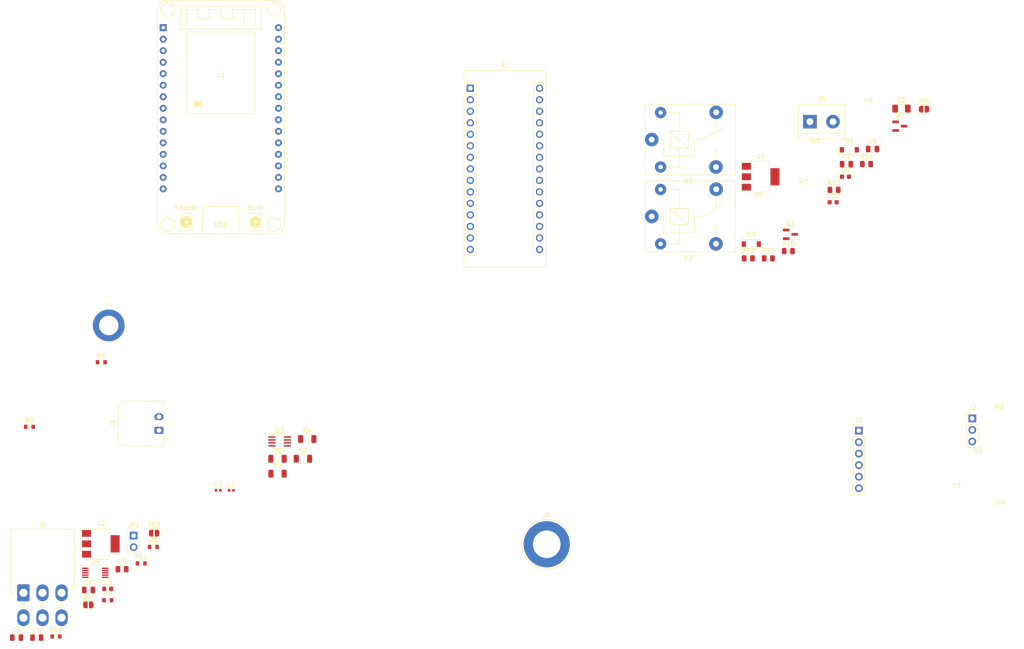
<source format=kicad_pcb>
(kicad_pcb (version 20211014) (generator pcbnew)
  (layers (0 "F.Cu" signal) (31 "B.Cu" signal) (34 "B.Paste" user) (35 "F.Paste" user) (36 "B.SilkS" user "B.Silkscreen") (37 "F.SilkS" user "F.Silkscreen") (38 "B.Mask" user) (39 "F.Mask" user) (44 "Edge.Cuts" user))
  (net 0 "")
  (net 11 "GND")
  (net 12 "ESP32_VIN")
  (net 26 "ESP-32_SDA_3.3V")
  (net 29 "ESP-32_SCL_3.3V")
  (net 39 "NANO_D6")
  (net 40 "NANO_D7")
  (net 43 "CAN_CS")
  (net 44 "CAN_MOSI")
  (net 45 "CAN_MISO")
  (net 46 "CAN_SCK")
  (net 47 "NANO_3V3")
  (net 53 "NANO_SDA_5V")
  (net 54 "NANO_SCL_5V")
  (net 57 "NANO_5V")
  (net 61 "CAN_HIGH")
  (net 62 "CAN_LOW")
  (net 63 "ESP32_3V3")
  (net 64 "Net-(R1-Pad2)")
  (net 65 "Net-(R2-Pad2)")
  (net 66 "Net-(R3-Pad1)")
  (net 67 "Net-(R4-Pad1)")
  (net 69 "Net-(J3-Pad1)")
  (net 70 "Net-(J3-Pad2)")
  (net 75 "+12V")
  (net 76 "+5V")
  (net 77 "BATTERY")
  (net 78 "ESP-32_12V")
  (net 79 "Net-(J4-Pad1)")
  (net 80 "Net-(F1-Pad2)")
  (net 81 "Net-(R8-Pad2)")
  (net 82 "Net-(R9-Pad1)")
  (net 83 "SD")
  (net 84 "SCK")
  (net 87 "Net-(D1-Pad1)")
  (net 88 "Net-(D2-Pad1)")
  (net 89 "Net-(F1-Pad1)")
  (net 90 "Net-(J6-Pad1)")
  (net 91 "Net-(F3-Pad1)")
  (net 93 "Net-(F4-Pad1)")
  (net 95 "Net-(Q1-Pad1)")
  (net 96 "Net-(Q2-Pad1)")
  (net 97 "Net-(R12-Pad2)")
  (net 98 "Net-(R14-Pad2)")
  (net 99 "CAN_VCC")
  (footprint "MountingHole:MountingHole_4.3mm_M4_DIN965" (layer "F.Cu") (at 203.91 84.92)
    (fp_text reference "H7" (at 0 -4.75) (layer "F.SilkS"))
    (fp_text value "MountingHole")
    (pad "" np_thru_hole circle (at 0 0) (size 4.3 4.3) (drill 4.3) (layers *.Cu *.Mask))
  )
  (footprint "esp32_devkit_v1_doit:esp32_devkit_v1_doit" (layer "F.Cu") (at 75.5 46.09)
    (fp_text reference "U1" (at 0 10.47) (layer "F.SilkS"))
    (fp_text value "ESP32_DevKit_V1_DOIT")
    (fp_text user "Enable" (at -7.62 39.68) (layer "F.SilkS"))
    (fp_text user "USB" (at 0 43.49) (layer "F.SilkS"))
    (fp_text user "Boot" (at 7.62 39.68) (layer "F.SilkS"))
    (pad "1" thru_hole rect locked (at -12.7 0) (size 1.524 1.524) (drill 0.762) (layers *.Cu *.Mask))
    (pad "2" thru_hole circle locked (at -12.7 2.54) (size 1.524 1.524) (drill 0.762) (layers *.Cu *.Mask))
    (pad "3" thru_hole circle locked (at -12.7 5.08) (size 1.524 1.524) (drill 0.762) (layers *.Cu *.Mask))
    (pad "4" thru_hole circle locked (at -12.7 7.62) (size 1.524 1.524) (drill 0.762) (layers *.Cu *.Mask))
    (pad "5" thru_hole circle locked (at -12.7 10.16) (size 1.524 1.524) (drill 0.762) (layers *.Cu *.Mask))
    (pad "6" thru_hole circle locked (at -12.7 12.7) (size 1.524 1.524) (drill 0.762) (layers *.Cu *.Mask))
    (pad "7" thru_hole circle locked (at -12.7 15.24) (size 1.524 1.524) (drill 0.762) (layers *.Cu *.Mask))
    (pad "8" thru_hole circle locked (at -12.7 17.78) (size 1.524 1.524) (drill 0.762) (layers *.Cu *.Mask))
    (pad "9" thru_hole circle locked (at -12.7 20.32) (size 1.524 1.524) (drill 0.762) (layers *.Cu *.Mask))
    (pad "10" thru_hole circle locked (at -12.7 22.86) (size 1.524 1.524) (drill 0.762) (layers *.Cu *.Mask))
    (pad "11" thru_hole circle locked (at -12.7 25.4) (size 1.524 1.524) (drill 0.762) (layers *.Cu *.Mask))
    (pad "12" thru_hole circle locked (at -12.7 27.94) (size 1.524 1.524) (drill 0.762) (layers *.Cu *.Mask))
    (pad "13" thru_hole circle locked (at -12.7 30.48) (size 1.524 1.524) (drill 0.762) (layers *.Cu *.Mask))
    (pad "14" thru_hole circle locked (at -12.7 33.02) (size 1.524 1.524) (drill 0.762) (layers *.Cu *.Mask) (net 11 "GND"))
    (pad "15" thru_hole circle locked (at -12.7 35.56) (size 1.524 1.524) (drill 0.762) (layers *.Cu *.Mask) (net 12 "ESP32_VIN"))
    (pad "16" thru_hole circle locked (at 12.7 35.56) (size 1.524 1.524) (drill 0.762) (layers *.Cu *.Mask) (net 63 "ESP32_3V3"))
    (pad "17" thru_hole circle locked (at 12.7 33.02) (size 1.524 1.524) (drill 0.762) (layers *.Cu *.Mask) (net 11 "GND"))
    (pad "18" thru_hole circle locked (at 12.7 30.48) (size 1.524 1.524) (drill 0.762) (layers *.Cu *.Mask))
    (pad "19" thru_hole circle locked (at 12.7 27.94) (size 1.524 1.524) (drill 0.762) (layers *.Cu *.Mask))
    (pad "20" thru_hole circle locked (at 12.7 25.4) (size 1.524 1.524) (drill 0.762) (layers *.Cu *.Mask))
    (pad "21" thru_hole circle locked (at 12.7 22.86) (size 1.524 1.524) (drill 0.762) (layers *.Cu *.Mask))
    (pad "22" thru_hole circle locked (at 12.7 20.32) (size 1.524 1.524) (drill 0.762) (layers *.Cu *.Mask))
    (pad "23" thru_hole circle locked (at 12.7 17.78) (size 1.524 1.524) (drill 0.762) (layers *.Cu *.Mask))
    (pad "24" thru_hole circle locked (at 12.7 15.24) (size 1.524 1.524) (drill 0.762) (layers *.Cu *.Mask))
    (pad "25" thru_hole circle locked (at 12.7 12.7) (size 1.524 1.524) (drill 0.762) (layers *.Cu *.Mask))
    (pad "26" thru_hole circle locked (at 12.7 10.16) (size 1.524 1.524) (drill 0.762) (layers *.Cu *.Mask) (net 26 "ESP-32_SDA_3.3V"))
    (pad "27" thru_hole circle locked (at 12.7 7.62) (size 1.524 1.524) (drill 0.762) (layers *.Cu *.Mask))
    (pad "28" thru_hole circle locked (at 12.7 5.08) (size 1.524 1.524) (drill 0.762) (layers *.Cu *.Mask))
    (pad "29" thru_hole circle locked (at 12.7 2.54) (size 1.524 1.524) (drill 0.762) (layers *.Cu *.Mask) (net 29 "ESP-32_SCL_3.3V"))
    (pad "30" thru_hole circle locked (at 12.7 0) (size 1.524 1.524) (drill 0.762) (layers *.Cu *.Mask))
  )
  (footprint "Resistor_SMD:R_0805_2012Metric" (layer "F.Cu") (at 53.74 165.52)
    (fp_text reference "R7" (at 0 -1.65) (layer "F.SilkS"))
    (fp_text value "0.01")
    (pad "1" smd roundrect (at -0.9125 0) (size 1.025 1.4) (layers "F.Cu" "F.Paste" "F.Mask") (roundrect_rratio 0.243902) (net 75 "+12V"))
    (pad "2" smd roundrect (at 0.9125 0) (size 1.025 1.4) (layers "F.Cu" "F.Paste" "F.Mask") (roundrect_rratio 0.243902) (net 77 "BATTERY"))
  )
  (footprint "Diode_SMD:D_SOD-123" (layer "F.Cu") (at 214.01 73.02)
    (fp_text reference "D4" (at 0 -2) (layer "F.SilkS"))
    (fp_text value "1N4148W")
    (pad "1" smd rect (at -1.65 0) (size 0.9 1.2) (layers "F.Cu" "F.Paste" "F.Mask") (net 57 "NANO_5V"))
    (pad "2" smd rect (at 1.65 0) (size 0.9 1.2) (layers "F.Cu" "F.Paste" "F.Mask") (net 88 "Net-(D2-Pad1)"))
  )
  (footprint "Resistor_SMD:R_0805_2012Metric" (layer "F.Cu") (at 196.15 96.97)
    (fp_text reference "R15" (at 0 -1.65) (layer "F.SilkS"))
    (fp_text value "10k")
    (pad "1" smd roundrect (at -0.9125 0) (size 1.025 1.4) (layers "F.Cu" "F.Paste" "F.Mask") (roundrect_rratio 0.243902) (net 98 "Net-(R14-Pad2)"))
    (pad "2" smd roundrect (at 0.9125 0) (size 1.025 1.4) (layers "F.Cu" "F.Paste" "F.Mask") (roundrect_rratio 0.243902) (net 12 "ESP32_VIN"))
  )
  (footprint "Jumper:SolderJumper-2_P1.3mm_Open_RoundedPad1.0x1.5mm" (layer "F.Cu") (at 230.47 64.07)
    (fp_text reference "JP1" (at 0 -1.8) (layer "F.SilkS"))
    (fp_text value "SolderJumper_2_Open")
    (pad "1" smd custom (at -0.65 0) (size 1 0.5) (layers "F.Cu" "F.Mask") (net 78 "ESP-32_12V") (options (clearance outline) (anchor rect)) (primitives (gr_circle (center 0 0.25) (end 0.5 0.25) (width 0) (fill yes)) (gr_circle (center 0 -0.25) (end 0.5 -0.25) (width 0) (fill yes)) (gr_poly (pts (xy 0.5 0.75) (xy 0 0.75) (xy 0 -0.75) (xy 0.5 -0.75)) (width 0) (fill yes))))
    (pad "2" smd custom (at 0.65 0) (size 1 0.5) (layers "F.Cu" "F.Mask") (net 12 "ESP32_VIN") (options (clearance outline) (anchor rect)) (primitives (gr_circle (center 0 0.25) (end 0.5 0.25) (width 0) (fill yes)) (gr_circle (center 0 -0.25) (end 0.5 -0.25) (width 0) (fill yes)) (gr_poly (pts (xy 0 0.75) (xy -0.5 0.75) (xy -0.5 -0.75) (xy 0 -0.75)) (width 0) (fill yes))))
  )
  (footprint "Diode_SMD:D_SOD-123" (layer "F.Cu") (at 192.41 93.82)
    (fp_text reference "D3" (at 0 -2) (layer "F.SilkS"))
    (fp_text value "1N4148W")
    (pad "1" smd rect (at -1.65 0) (size 0.9 1.2) (layers "F.Cu" "F.Paste" "F.Mask") (net 57 "NANO_5V"))
    (pad "2" smd rect (at 1.65 0) (size 0.9 1.2) (layers "F.Cu" "F.Paste" "F.Mask") (net 87 "Net-(D1-Pad1)"))
  )
  (footprint "Capacitor_SMD:C_0805_2012Metric" (layer "F.Cu") (at 213.36 76.2)
    (fp_text reference "C7" (at 0 -1.68) (layer "F.SilkS"))
    (fp_text value "0.1uF")
    (pad "1" smd roundrect (at -0.95 0) (size 1 1.45) (layers "F.Cu" "F.Paste" "F.Mask") (net 78 "ESP-32_12V"))
    (pad "2" smd roundrect (at 0.95 0) (size 1 1.45) (layers "F.Cu" "F.Paste" "F.Mask") (net 11 "GND"))
  )
  (footprint "Resistor_SMD:R_0603_1608Metric" (layer "F.Cu") (at 60.63 160.6)
    (fp_text reference "R8" (at 0 -1.43) (layer "F.SilkS"))
    (fp_text value "10")
    (pad "1" smd roundrect (at -0.825 0) (size 0.8 0.95) (layers "F.Cu" "F.Paste" "F.Mask") (net 77 "BATTERY"))
    (pad "2" smd roundrect (at 0.825 0) (size 0.8 0.95) (layers "F.Cu" "F.Paste" "F.Mask") (net 81 "Net-(R8-Pad2)"))
  )
  (footprint "Jumper:SolderJumper-2_P1.3mm_Open_RoundedPad1.0x1.5mm" (layer "F.Cu") (at 60.8 157.57)
    (fp_text reference "JP3" (at 0 -1.8) (layer "F.SilkS"))
    (fp_text value "SolderJumper_2_Open")
    (pad "1" smd custom (at -0.65 0) (size 1 0.5) (layers "F.Cu" "F.Mask") (net 75 "+12V") (options (clearance outline) (anchor rect)) (primitives (gr_circle (center 0 0.25) (end 0.5 0.25) (width 0) (fill yes)) (gr_circle (center 0 -0.25) (end 0.5 -0.25) (width 0) (fill yes)) (gr_poly (pts (xy 0.5 0.75) (xy 0 0.75) (xy 0 -0.75) (xy 0.5 -0.75)) (width 0) (fill yes))))
    (pad "2" smd custom (at 0.65 0) (size 1 0.5) (layers "F.Cu" "F.Mask") (net 77 "BATTERY") (options (clearance outline) (anchor rect)) (primitives (gr_circle (center 0 0.25) (end 0.5 0.25) (width 0) (fill yes)) (gr_circle (center 0 -0.25) (end 0.5 -0.25) (width 0) (fill yes)) (gr_poly (pts (xy 0 0.75) (xy -0.5 0.75) (xy -0.5 -0.75) (xy 0 -0.75)) (width 0) (fill yes))))
  )
  (footprint "MountingHole:MountingHole_4.3mm_M4_DIN965" (layer "F.Cu") (at 194.06 87.62)
    (fp_text reference "H5" (at 0 -4.75) (layer "F.SilkS"))
    (fp_text value "MountingHole")
    (pad "" np_thru_hole circle (at 0 0) (size 4.3 4.3) (drill 4.3) (layers *.Cu *.Mask))
  )
  (footprint "Fuse:Fuse_1206_3216Metric" (layer "F.Cu") (at 225.49 63.94)
    (fp_text reference "F2" (at 0 -1.82) (layer "F.SilkS"))
    (fp_text value "0.5A")
    (pad "1" smd roundrect (at -1.4 0) (size 1.25 1.75) (layers "F.Cu" "F.Paste" "F.Mask") (roundrect_rratio 0.2) (net 76 "+5V"))
    (pad "2" smd roundrect (at 1.4 0) (size 1.25 1.75) (layers "F.Cu" "F.Paste" "F.Mask") (roundrect_rratio 0.2) (net 57 "NANO_5V"))
  )
  (footprint "Resistor_SMD:R_0603_1608Metric" (layer "F.Cu") (at 50.58 172.36)
    (fp_text reference "R9" (at 0 -1.43) (layer "F.SilkS"))
    (fp_text value "10")
    (pad "1" smd roundrect (at -0.825 0) (size 0.8 0.95) (layers "F.Cu" "F.Paste" "F.Mask") (net 82 "Net-(R9-Pad1)"))
    (pad "2" smd roundrect (at 0.825 0) (size 0.8 0.95) (layers "F.Cu" "F.Paste" "F.Mask") (net 75 "+12V"))
  )
  (footprint "Connector_PinHeader_2.54mm:PinHeader_1x03_P2.54mm_Vertical" (layer "F.Cu") (at 241.1 132.27)
    (fp_text reference "J2" (at 0 -2.33) (layer "F.SilkS"))
    (fp_text value "Conn_01x03_Female")
    (pad "1" thru_hole rect (at 0 0) (size 1.7 1.7) (drill 1) (layers *.Cu *.Mask) (net 61 "CAN_HIGH"))
    (pad "2" thru_hole oval (at 0 2.54) (size 1.7 1.7) (drill 1) (layers *.Cu *.Mask))
    (pad "3" thru_hole oval (at 0 5.08) (size 1.7 1.7) (drill 1) (layers *.Cu *.Mask) (net 62 "CAN_LOW"))
  )
  (footprint "Capacitor_SMD:C_0603_1608Metric" (layer "F.Cu") (at 50.58 169.85)
    (fp_text reference "C5" (at 0 -1.43) (layer "F.SilkS"))
    (fp_text value "0.1uF")
    (pad "1" smd roundrect (at -0.775 0) (size 0.9 0.95) (layers "F.Cu" "F.Paste" "F.Mask") (net 75 "+12V"))
    (pad "2" smd roundrect (at 0.775 0) (size 0.9 0.95) (layers "F.Cu" "F.Paste" "F.Mask") (net 77 "BATTERY"))
  )
  (footprint "MountingHole:MountingHole_3.2mm_M3_ISO7380" (layer "F.Cu") (at 247.05 133.57)
    (fp_text reference "H3" (at 0 -3.85) (layer "F.SilkS"))
    (fp_text value "MountingHole")
    (pad "" np_thru_hole circle (at 0 0) (size 3.2 3.2) (drill 3.2) (layers *.Cu *.Mask))
  )
  (footprint "Module:Arduino_Nano" (layer "F.Cu") (at 130.49 59.45)
    (fp_text reference "A1" (at 7.62 -5.08) (layer "F.SilkS"))
    (fp_text value "Arduino_Nano_v2.x")
    (pad "1" thru_hole rect (at 0 0) (size 1.6 1.6) (drill 1) (layers *.Cu *.Mask))
    (pad "2" thru_hole oval (at 0 2.54) (size 1.6 1.6) (drill 1) (layers *.Cu *.Mask))
    (pad "3" thru_hole oval (at 0 5.08) (size 1.6 1.6) (drill 1) (layers *.Cu *.Mask))
    (pad "4" thru_hole oval (at 0 7.62) (size 1.6 1.6) (drill 1) (layers *.Cu *.Mask))
    (pad "5" thru_hole oval (at 0 10.16) (size 1.6 1.6) (drill 1) (layers *.Cu *.Mask))
    (pad "6" thru_hole oval (at 0 12.7) (size 1.6 1.6) (drill 1) (layers *.Cu *.Mask))
    (pad "7" thru_hole oval (at 0 15.24) (size 1.6 1.6) (drill 1) (layers *.Cu *.Mask))
    (pad "8" thru_hole oval (at 0 17.78) (size 1.6 1.6) (drill 1) (layers *.Cu *.Mask))
    (pad "9" thru_hole oval (at 0 20.32) (size 1.6 1.6) (drill 1) (layers *.Cu *.Mask) (net 39 "NANO_D6"))
    (pad "10" thru_hole oval (at 0 22.86) (size 1.6 1.6) (drill 1) (layers *.Cu *.Mask) (net 40 "NANO_D7"))
    (pad "11" thru_hole oval (at 0 25.4) (size 1.6 1.6) (drill 1) (layers *.Cu *.Mask))
    (pad "12" thru_hole oval (at 0 27.94) (size 1.6 1.6) (drill 1) (layers *.Cu *.Mask))
    (pad "13" thru_hole oval (at 0 30.48) (size 1.6 1.6) (drill 1) (layers *.Cu *.Mask) (net 43 "CAN_CS"))
    (pad "14" thru_hole oval (at 0 33.02) (size 1.6 1.6) (drill 1) (layers *.Cu *.Mask) (net 44 "CAN_MOSI"))
    (pad "15" thru_hole oval (at 0 35.56) (size 1.6 1.6) (drill 1) (layers *.Cu *.Mask) (net 45 "CAN_MISO"))
    (pad "16" thru_hole oval (at 15.24 35.56) (size 1.6 1.6) (drill 1) (layers *.Cu *.Mask) (net 46 "CAN_SCK"))
    (pad "17" thru_hole oval (at 15.24 33.02) (size 1.6 1.6) (drill 1) (layers *.Cu *.Mask) (net 47 "NANO_3V3"))
    (pad "18" thru_hole oval (at 15.24 30.48) (size 1.6 1.6) (drill 1) (layers *.Cu *.Mask))
    (pad "19" thru_hole oval (at 15.24 27.94) (size 1.6 1.6) (drill 1) (layers *.Cu *.Mask))
    (pad "20" thru_hole oval (at 15.24 25.4) (size 1.6 1.6) (drill 1) (layers *.Cu *.Mask))
    (pad "21" thru_hole oval (at 15.24 22.86) (size 1.6 1.6) (drill 1) (layers *.Cu *.Mask))
    (pad "22" thru_hole oval (at 15.24 20.32) (size 1.6 1.6) (drill 1) (layers *.Cu *.Mask))
    (pad "23" thru_hole oval (at 15.24 17.78) (size 1.6 1.6) (drill 1) (layers *.Cu *.Mask) (net 53 "NANO_SDA_5V"))
    (pad "24" thru_hole oval (at 15.24 15.24) (size 1.6 1.6) (drill 1) (layers *.Cu *.Mask) (net 54 "NANO_SCL_5V"))
    (pad "25" thru_hole oval (at 15.24 12.7) (size 1.6 1.6) (drill 1) (layers *.Cu *.Mask))
    (pad "26" thru_hole oval (at 15.24 10.16) (size 1.6 1.6) (drill 1) (layers *.Cu *.Mask))
    (pad "27" thru_hole oval (at 15.24 7.62) (size 1.6 1.6) (drill 1) (layers *.Cu *.Mask) (net 57 "NANO_5V"))
    (pad "28" thru_hole oval (at 15.24 5.08) (size 1.6 1.6) (drill 1) (layers *.Cu *.Mask))
    (pad "29" thru_hole oval (at 15.24 2.54) (size 1.6 1.6) (drill 1) (layers *.Cu *.Mask))
    (pad "30" thru_hole oval (at 15.24 0) (size 1.6 1.6) (drill 1) (layers *.Cu *.Mask))
  )
  (footprint "Capacitor_SMD:C_0805_2012Metric" (layer "F.Cu") (at 34.95 180.6)
    (fp_text reference "C6" (at 0 -1.68) (layer "F.SilkS"))
    (fp_text value "0.1uF")
    (pad "1" smd roundrect (at -0.95 0) (size 1 1.45) (layers "F.Cu" "F.Paste" "F.Mask") (net 47 "NANO_3V3"))
    (pad "2" smd roundrect (at 0.95 0) (size 1 1.45) (layers "F.Cu" "F.Paste" "F.Mask") (net 11 "GND"))
  )
  (footprint "Resistor_SMD:R_0603_1608Metric" (layer "F.Cu") (at 33.32 134.12)
    (fp_text reference "R5" (at 0 -1.43) (layer "F.SilkS"))
    (fp_text value "0")
    (pad "1" smd roundrect (at -0.825 0) (size 0.8 0.95) (layers "F.Cu" "F.Paste" "F.Mask") (net 61 "CAN_HIGH"))
    (pad "2" smd roundrect (at 0.825 0) (size 0.8 0.95) (layers "F.Cu" "F.Paste" "F.Mask") (net 69 "Net-(J3-Pad1)"))
  )
  (footprint "Resistor_SMD:R_1206_3216Metric" (layer "F.Cu") (at 93.6 141.16)
    (fp_text reference "R2" (at 0 -1.82) (layer "F.SilkS"))
    (fp_text value "0")
    (pad "1" smd roundrect (at -1.4625 0) (size 1.125 1.75) (layers "F.Cu" "F.Paste" "F.Mask") (roundrect_rratio 0.222222) (net 29 "ESP-32_SCL_3.3V"))
    (pad "2" smd roundrect (at 1.4625 0) (size 1.125 1.75) (layers "F.Cu" "F.Paste" "F.Mask") (roundrect_rratio 0.222222) (net 65 "Net-(R2-Pad2)"))
  )
  (footprint "Resistor_SMD:R_0805_2012Metric" (layer "F.Cu") (at 191.74 96.97)
    (fp_text reference "R12" (at 0 -1.65) (layer "F.SilkS"))
    (fp_text value "0")
    (pad "1" smd roundrect (at -0.9125 0) (size 1.025 1.4) (layers "F.Cu" "F.Paste" "F.Mask") (roundrect_rratio 0.243902) (net 11 "GND"))
    (pad "2" smd roundrect (at 0.9125 0) (size 1.025 1.4) (layers "F.Cu" "F.Paste" "F.Mask") (roundrect_rratio 0.243902) (net 97 "Net-(R12-Pad2)"))
  )
  (footprint "MountingHole:MountingHole_3.2mm_M3_ISO7380" (layer "F.Cu") (at 247.35 154.73)
    (fp_text reference "H4" (at 0 -3.85) (layer "F.SilkS"))
    (fp_text value "MountingHole")
    (pad "" np_thru_hole circle (at 0 0) (size 3.2 3.2) (drill 3.2) (layers *.Cu *.Mask))
  )
  (footprint "Package_SO:SSOP-8_2.95x2.8mm_P0.65mm" (layer "F.Cu") (at 88.46 137.34)
    (fp_text reference "U3" (at 0 -2.4) (layer "F.SilkS"))
    (fp_text value "TXS0102DCT")
    (pad "1" smd rect (at -1.7 -0.975 270) (size 0.3 1.6) (layers "F.Cu" "F.Paste" "F.Mask") (net 67 "Net-(R4-Pad1)"))
    (pad "2" smd rect (at -1.7 -0.325 270) (size 0.3 1.6) (layers "F.Cu" "F.Paste" "F.Mask") (net 11 "GND"))
    (pad "3" smd rect (at -1.7 0.325 270) (size 0.3 1.6) (layers "F.Cu" "F.Paste" "F.Mask") (net 63 "ESP32_3V3"))
    (pad "4" smd rect (at -1.7 0.975 270) (size 0.3 1.6) (layers "F.Cu" "F.Paste" "F.Mask") (net 65 "Net-(R2-Pad2)"))
    (pad "5" smd rect (at 1.7 0.975 270) (size 0.3 1.6) (layers "F.Cu" "F.Paste" "F.Mask") (net 64 "Net-(R1-Pad2)"))
    (pad "6" smd rect (at 1.7 0.325 270) (size 0.3 1.6) (layers "F.Cu" "F.Paste" "F.Mask"))
    (pad "7" smd rect (at 1.7 -0.325 270) (size 0.3 1.6) (layers "F.Cu" "F.Paste" "F.Mask") (net 57 "NANO_5V"))
    (pad "8" smd rect (at 1.7 -0.975 270) (size 0.3 1.6) (layers "F.Cu" "F.Paste" "F.Mask") (net 66 "Net-(R3-Pad1)"))
  )
  (footprint "Resistor_SMD:R_1206_3216Metric" (layer "F.Cu") (at 87.99 144.45)
    (fp_text reference "R3" (at 0 -1.82) (layer "F.SilkS"))
    (fp_text value "0")
    (pad "1" smd roundrect (at -1.4625 0) (size 1.125 1.75) (layers "F.Cu" "F.Paste" "F.Mask") (roundrect_rratio 0.222222) (net 66 "Net-(R3-Pad1)"))
    (pad "2" smd roundrect (at 1.4625 0) (size 1.125 1.75) (layers "F.Cu" "F.Paste" "F.Mask") (roundrect_rratio 0.222222) (net 53 "NANO_SDA_5V"))
  )
  (footprint "Package_SO:VSSOP-10_3x3mm_P0.5mm" (layer "F.Cu") (at 47.83 166.32)
    (fp_text reference "U4" (at 0 -2.45) (layer "F.SilkS"))
    (fp_text value "INA226")
    (pad "1" smd roundrect (at -2.2 -1) (size 1.45 0.3) (layers "F.Cu" "F.Paste" "F.Mask") (net 11 "GND"))
    (pad "2" smd roundrect (at -2.2 -0.5) (size 1.45 0.3) (layers "F.Cu" "F.Paste" "F.Mask") (net 11 "GND"))
    (pad "3" smd roundrect (at -2.2 0) (size 1.45 0.3) (layers "F.Cu" "F.Paste" "F.Mask"))
    (pad "4" smd roundrect (at -2.2 0.5) (size 1.45 0.3) (layers "F.Cu" "F.Paste" "F.Mask") (net 83 "SD"))
    (pad "5" smd roundrect (at -2.2 1) (size 1.45 0.3) (layers "F.Cu" "F.Paste" "F.Mask") (net 84 "SCK"))
    (pad "6" smd roundrect (at 2.2 1) (size 1.45 0.3) (layers "F.Cu" "F.Paste" "F.Mask") (net 47 "NANO_3V3"))
    (pad "7" smd roundrect (at 2.2 0.5) (size 1.45 0.3) (layers "F.Cu" "F.Paste" "F.Mask") (net 11 "GND"))
    (pad "8" smd roundrect (at 2.2 0) (size 1.45 0.3) (layers "F.Cu" "F.Paste" "F.Mask"))
    (pad "9" smd roundrect (at 2.2 -0.5) (size 1.45 0.3) (layers "F.Cu" "F.Paste" "F.Mask") (net 82 "Net-(R9-Pad1)"))
    (pad "10" smd roundrect (at 2.2 -1) (size 1.45 0.3) (layers "F.Cu" "F.Paste" "F.Mask") (net 81 "Net-(R8-Pad2)"))
  )
  (footprint "MountingHole:MountingHole_4.3mm_M4_DIN965" (layer "F.Cu") (at 206.61 75.87)
    (fp_text reference "H8" (at 0 -4.75) (layer "F.SilkS"))
    (fp_text value "MountingHole")
    (pad "" np_thru_hole circle (at 0 0) (size 4.3 4.3) (drill 4.3) (layers *.Cu *.Mask))
  )
  (footprint "Resistor_SMD:R_1206_3216Metric" (layer "F.Cu") (at 94.54 136.81)
    (fp_text reference "R4" (at 0 -1.82) (layer "F.SilkS"))
    (fp_text value "0")
    (pad "1" smd roundrect (at -1.4625 0) (size 1.125 1.75) (layers "F.Cu" "F.Paste" "F.Mask") (roundrect_rratio 0.222222) (net 67 "Net-(R4-Pad1)"))
    (pad "2" smd roundrect (at 1.4625 0) (size 1.125 1.75) (layers "F.Cu" "F.Paste" "F.Mask") (roundrect_rratio 0.222222) (net 54 "NANO_SCL_5V"))
  )
  (footprint "Resistor_SMD:R_0805_2012Metric" (layer "F.Cu") (at 210.64 81.87)
    (fp_text reference "R13" (at 0 -1.65) (layer "F.SilkS"))
    (fp_text value "10k")
    (pad "1" smd roundrect (at -0.9125 0) (size 1.025 1.4) (layers "F.Cu" "F.Paste" "F.Mask") (roundrect_rratio 0.243902) (net 97 "Net-(R12-Pad2)"))
    (pad "2" smd roundrect (at 0.9125 0) (size 1.025 1.4) (layers "F.Cu" "F.Paste" "F.Mask") (roundrect_rratio 0.243902) (net 76 "+5V"))
  )
  (footprint "TerminalBlock:TerminalBlock_bornier-2_P5.08mm" (layer "F.Cu") (at 205.32 66.82)
    (fp_text reference "J6" (at 2.54 -5.08) (layer "F.SilkS"))
    (fp_text value "Conn_01x02_Male")
    (pad "1" thru_hole rect (at 0 0) (size 3 3) (drill 1.52) (layers *.Cu *.Mask) (net 90 "Net-(J6-Pad1)"))
    (pad "2" thru_hole circle (at 5.08 0) (size 3 3) (drill 1.52) (layers *.Cu *.Mask) (net 11 "GND"))
  )
  (footprint "MountingHole:MountingHole_3.2mm_M3_ISO7380" (layer "F.Cu") (at 242.4 143.27)
    (fp_text reference "H2" (at 0 -3.85) (layer "F.SilkS"))
    (fp_text value "MountingHole")
    (pad "" np_thru_hole circle (at 0 0) (size 3.2 3.2) (drill 3.2) (layers *.Cu *.Mask))
  )
  (footprint "Capacitor_SMD:C_0402_1005Metric" (layer "F.Cu") (at 74.93 148.1)
    (fp_text reference "C2" (at 0 -1.16) (layer "F.SilkS"))
    (fp_text value "100nF")
    (pad "1" smd roundrect (at -0.48 0) (size 0.56 0.62) (layers "F.Cu" "F.Paste" "F.Mask") (net 57 "NANO_5V"))
    (pad "2" smd roundrect (at 0.48 0) (size 0.56 0.62) (layers "F.Cu" "F.Paste" "F.Mask") (net 11 "GND"))
  )
  (footprint "Relay_THT:Relay_SPDT_SANYOU_SRD_Series_Form_C" (layer "F.Cu") (at 170.46 87.72)
    (fp_text reference "K2" (at 8.1 9.2) (layer "F.SilkS"))
    (fp_text value "SANYOU_SRD_Form_C")
    (pad "1" thru_hole circle (at 0 0 90) (size 3 3) (drill 1.3) (layers *.Cu *.Mask) (net 93 "Net-(F4-Pad1)"))
    (pad "2" thru_hole circle (at 1.95 6.05 90) (size 2.5 2.5) (drill 1) (layers *.Cu *.Mask) (net 88 "Net-(D2-Pad1)"))
    (pad "3" thru_hole circle (at 14.15 6.05 90) (size 3 3) (drill 1.3) (layers *.Cu *.Mask) (net 78 "ESP-32_12V"))
    (pad "4" thru_hole circle (at 14.2 -6 90) (size 3 3) (drill 1.3) (layers *.Cu *.Mask))
    (pad "5" thru_hole circle (at 1.95 -5.95 90) (size 2.5 2.5) (drill 1) (layers *.Cu *.Mask) (net 57 "NANO_5V"))
  )
  (footprint "Package_TO_SOT_SMD:SOT-223" (layer "F.Cu") (at 194.46 78.97)
    (fp_text reference "U5" (at 0 -4.5) (layer "F.SilkS"))
    (fp_text value "LM1117-5")
    (pad "1" smd rect (at -3.15 -2.3) (size 2 1.5) (layers "F.Cu" "F.Paste" "F.Mask") (net 98 "Net-(R14-Pad2)"))
    (pad "2" smd rect (at -3.15 0) (size 2 1.5) (layers "F.Cu" "F.Paste" "F.Mask") (net 12 "ESP32_VIN"))
    (pad "3" smd rect (at -3.15 2.3) (size 2 1.5) (layers "F.Cu" "F.Paste" "F.Mask") (net 78 "ESP-32_12V"))
    (pad "4" smd rect (at 3.15 0) (size 2 3.8) (layers "F.Cu" "F.Paste" "F.Mask"))
  )
  (footprint "Resistor_SMD:R_0603_1608Metric" (layer "F.Cu") (at 49.17 119.87)
    (fp_text reference "R6" (at 0 -1.43) (layer "F.SilkS"))
    (fp_text value "0")
    (pad "1" smd roundrect (at -0.825 0) (size 0.8 0.95) (layers "F.Cu" "F.Paste" "F.Mask") (net 62 "CAN_LOW"))
    (pad "2" smd roundrect (at 0.825 0) (size 0.8 0.95) (layers "F.Cu" "F.Paste" "F.Mask") (net 70 "Net-(J3-Pad2)"))
  )
  (footprint "Resistor_SMD:R_0603_1608Metric" (layer "F.Cu") (at 57.95 164.25)
    (fp_text reference "R11" (at 0 -1.43) (layer "F.SilkS"))
    (fp_text value "4,7k")
    (pad "1" smd roundrect (at -0.825 0) (size 0.8 0.95) (layers "F.Cu" "F.Paste" "F.Mask") (net 47 "NANO_3V3"))
    (pad "2" smd roundrect (at 0.825 0) (size 0.8 0.95) (layers "F.Cu" "F.Paste" "F.Mask") (net 84 "SCK"))
  )
  (footprint "Resistor_SMD:R_1206_3216Metric" (layer "F.Cu") (at 87.99 141.16)
    (fp_text reference "R1" (at 0 -1.82) (layer "F.SilkS"))
    (fp_text value "0")
    (pad "1" smd roundrect (at -1.4625 0) (size 1.125 1.75) (layers "F.Cu" "F.Paste" "F.Mask") (roundrect_rratio 0.222222) (net 26 "ESP-32_SDA_3.3V"))
    (pad "2" smd roundrect (at 1.4625 0) (size 1.125 1.75) (layers "F.Cu" "F.Paste" "F.Mask") (roundrect_rratio 0.222222) (net 64 "Net-(R1-Pad2)"))
  )
  (footprint "Capacitor_SMD:C_0805_2012Metric" (layer "F.Cu") (at 30.5 180.6)
    (fp_text reference "C3" (at 0 -1.68) (layer "F.SilkS"))
    (fp_text value "0.1uF")
    (pad "1" smd roundrect (at -0.95 0) (size 1 1.45) (layers "F.Cu" "F.Paste" "F.Mask") (net 75 "+12V"))
    (pad "2" smd roundrect (at 0.95 0) (size 1 1.45) (layers "F.Cu" "F.Paste" "F.Mask") (net 11 "GND"))
  )
  (footprint "Capacitor_SMD:C_0603_1608Metric" (layer "F.Cu") (at 210.44 84.6)
    (fp_text reference "C10" (at 0 -1.43) (layer "F.SilkS"))
    (fp_text value "10uF")
    (pad "1" smd roundrect (at -0.775 0) (size 0.9 0.95) (layers "F.Cu" "F.Paste" "F.Mask") (net 57 "NANO_5V"))
    (pad "2" smd roundrect (at 0.775 0) (size 0.9 0.95) (layers "F.Cu" "F.Paste" "F.Mask") (net 11 "GND"))
  )
  (footprint "Capacitor_SMD:C_0402_1005Metric" (layer "F.Cu") (at 77.8 148.1)
    (fp_text reference "C1" (at 0 -1.16) (layer "F.SilkS"))
    (fp_text value "100nF")
    (pad "1" smd roundrect (at -0.48 0) (size 0.56 0.62) (layers "F.Cu" "F.Paste" "F.Mask") (net 11 "GND"))
    (pad "2" smd roundrect (at 0.48 0) (size 0.56 0.62) (layers "F.Cu" "F.Paste" "F.Mask") (net 63 "ESP32_3V3"))
  )
  (footprint "Capacitor_SMD:C_0603_1608Metric" (layer "F.Cu") (at 213.14 78.96)
    (fp_text reference "C9" (at 0 -1.43) (layer "F.SilkS"))
    (fp_text value "10uF")
    (pad "1" smd roundrect (at -0.775 0) (size 0.9 0.95) (layers "F.Cu" "F.Paste" "F.Mask") (net 57 "NANO_5V"))
    (pad "2" smd roundrect (at 0.775 0) (size 0.9 0.95) (layers "F.Cu" "F.Paste" "F.Mask") (net 11 "GND"))
  )
  (footprint "Package_TO_SOT_SMD:SOT-23" (layer "F.Cu") (at 201.03 91.67)
    (fp_text reference "Q1" (at 0 -2.4) (layer "F.SilkS"))
    (fp_text value "AO3400A")
    (pad "1" smd roundrect (at -0.9375 -0.95) (size 1.475 0.6) (layers "F.Cu" "F.Paste" "F.Mask") (net 95 "Net-(Q1-Pad1)"))
    (pad "2" smd roundrect (at -0.9375 0.95) (size 1.475 0.6) (layers "F.Cu" "F.Paste" "F.Mask") (net 11 "GND"))
    (pad "3" smd roundrect (at 0.9375 0) (size 1.475 0.6) (layers "F.Cu" "F.Paste" "F.Mask") (net 87 "Net-(D1-Pad1)"))
  )
  (footprint "Resistor_SMD:R_0805_2012Metric" (layer "F.Cu") (at 217.79 76.17)
    (fp_text reference "R14" (at 0 -1.65) (layer "F.SilkS"))
    (fp_text value "0")
    (pad "1" smd roundrect (at -0.9125 0) (size 1.025 1.4) (layers "F.Cu" "F.Paste" "F.Mask") (roundrect_rratio 0.243902) (net 11 "GND"))
    (pad "2" smd roundrect (at 0.9125 0) (size 1.025 1.4) (layers "F.Cu" "F.Paste" "F.Mask") (roundrect_rratio 0.243902) (net 98 "Net-(R14-Pad2)"))
  )
  (footprint "Capacitor_SMD:C_0805_2012Metric" (layer "F.Cu") (at 46.35 170.1)
    (fp_text reference "C4" (at 0 -1.68) (layer "F.SilkS"))
    (fp_text value "0.1uF")
    (pad "1" smd roundrect (at -0.95 0) (size 1 1.45) (layers "F.Cu" "F.Paste" "F.Mask") (net 11 "GND"))
    (pad "2" smd roundrect (at 0.95 0) (size 1 1.45) (layers "F.Cu" "F.Paste" "F.Mask") (net 76 "+5V"))
  )
  (footprint "Resistor_SMD:R_0603_1608Metric" (layer "F.Cu") (at 39.18 180.35)
    (fp_text reference "R10" (at 0 -1.43) (layer "F.SilkS"))
    (fp_text value "4,7k")
    (pad "1" smd roundrect (at -0.825 0) (size 0.8 0.95) (layers "F.Cu" "F.Paste" "F.Mask") (net 83 "SD"))
    (pad "2" smd roundrect (at 0.825 0) (size 0.8 0.95) (layers "F.Cu" "F.Paste" "F.Mask") (net 47 "NANO_3V3"))
  )
  (footprint "Connector:Banana_Jack_1Pin" (layer "F.Cu") (at 147.32 160.02)
    (fp_text reference "J5" (at 0 -6.5) (layer "F.SilkS"))
    (fp_text value "Conn_01x01_Female")
    (pad "1" thru_hole circle (at 0 0) (size 10.16 10.16) (drill 6.1) (layers *.Cu *.Mask) (net 11 "GND"))
  )
  (footprint "MountingHole:MountingHole_3.2mm_M3_ISO7380" (layer "F.Cu") (at 237.75 150.92)
    (fp_text reference "H1" (at 0 -3.85) (layer "F.SilkS"))
    (fp_text value "MountingHole")
    (pad "" np_thru_hole circle (at 0 0) (size 3.2 3.2) (drill 3.2) (layers *.Cu *.Mask))
  )
  (footprint "MountingHole:MountingHole_4.3mm_M4_ISO14580_Pad_TopBottom" (layer "F.Cu") (at 50.8 111.76)
    (fp_text reference "J4" (at 0 -4.5) (layer "F.SilkS"))
    (fp_text value "Conn_01x02_Male")
    (pad "1" connect circle (at 0 0) (size 7 7) (layers "B.Cu" "B.Mask") (net 89 "Net-(F1-Pad1)"))
    (pad "1" connect circle (at 0 0) (size 7 7) (layers "F.Cu" "F.Mask") (net 89 "Net-(F1-Pad1)"))
    (pad "1" thru_hole circle (at 0 0) (size 4.7 4.7) (drill 4.3) (layers *.Cu *.Mask) (net 89 "Net-(F1-Pad1)"))
  )
  (footprint "Resistor_SMD:R_0805_2012Metric" (layer "F.Cu") (at 200.56 95.37)
    (fp_text reference "R16" (at 0 -1.65) (layer "F.SilkS"))
    (fp_text value "0")
    (pad "1" smd roundrect (at -0.9125 0) (size 1.025 1.4) (layers "F.Cu" "F.Paste" "F.Mask") (roundrect_rratio 0.243902) (net 99 "CAN_VCC"))
    (pad "2" smd roundrect (at 0.9125 0) (size 1.025 1.4) (layers "F.Cu" "F.Paste" "F.Mask") (roundrect_rratio 0.243902) (net 57 "NANO_5V"))
  )
  (footprint "Jumper:SolderJumper-2_P1.3mm_Open_RoundedPad1.0x1.5mm" (layer "F.Cu") (at 46.3 173.38)
    (fp_text reference "JP2" (at 0 -1.8) (layer "F.SilkS"))
    (fp_text value "SolderJumper_2_Open")
    (pad "1" smd custom (at -0.65 0) (size 1 0.5) (layers "F.Cu" "F.Mask") (net 80 "Net-(F1-Pad2)") (options (clearance outline) (anchor rect)) (primitives (gr_circle (center 0 0.25) (end 0.5 0.25) (width 0) (fill yes)) (gr_circle (center 0 -0.25) (end 0.5 -0.25) (width 0) (fill yes)) (gr_poly (pts (xy 0.5 0.75) (xy 0 0.75) (xy 0 -0.75) (xy 0.5 -0.75)) (width 0) (fill yes))))
    (pad "2" smd custom (at 0.65 0) (size 1 0.5) (layers "F.Cu" "F.Mask") (net 77 "BATTERY") (options (clearance outline) (anchor rect)) (primitives (gr_circle (center 0 0.25) (end 0.5 0.25) (width 0) (fill yes)) (gr_circle (center 0 -0.25) (end 0.5 -0.25) (width 0) (fill yes)) (gr_poly (pts (xy 0 0.75) (xy -0.5 0.75) (xy -0.5 -0.75) (xy 0 -0.75)) (width 0) (fill yes))))
  )
  (footprint "Connector_PinHeader_2.54mm:PinHeader_1x06_P2.54mm_Vertical" (layer "F.Cu") (at 216.1 134.95)
    (fp_text reference "J1" (at 0 -2.33) (layer "F.SilkS"))
    (fp_text value "Conn_01x07_Female")
    (pad "1" thru_hole rect (at 0 0) (size 1.7 1.7) (drill 1) (layers *.Cu *.Mask))
    (pad "2" thru_hole oval (at 0 2.54) (size 1.7 1.7) (drill 1) (layers *.Cu *.Mask) (net 46 "CAN_SCK"))
    (pad "3" thru_hole oval (at 0 5.08) (size 1.7 1.7) (drill 1) (layers *.Cu *.Mask) (net 44 "CAN_MOSI"))
    (pad "4" thru_hole oval (at 0 7.62) (size 1.7 1.7) (drill 1) (layers *.Cu *.Mask) (net 45 "CAN_MISO"))
    (pad "5" thru_hole oval (at 0 10.16) (size 1.7 1.7) (drill 1) (layers *.Cu *.Mask) (net 43 "CAN_CS"))
    (pad "6" thru_hole oval (at 0 12.7) (size 1.7 1.7) (drill 1) (layers *.Cu *.Mask) (net 11 "GND"))
  )
  (footprint "Package_TO_SOT_SMD:SOT-23" (layer "F.Cu") (at 225.13 67.81)
    (fp_text reference "Q2" (at 0 -2.4) (layer "F.SilkS"))
    (fp_text value "AO3400A")
    (pad "1" smd roundrect (at -0.9375 -0.95) (size 1.475 0.6) (layers "F.Cu" "F.Paste" "F.Mask") (net 96 "Net-(Q2-Pad1)"))
    (pad "2" smd roundrect (at -0.9375 0.95) (size 1.475 0.6) (layers "F.Cu" "F.Paste" "F.Mask") (net 11 "GND"))
    (pad "3" smd roundrect (at 0.9375 0) (size 1.475 0.6) (layers "F.Cu" "F.Paste" "F.Mask") (net 88 "Net-(D2-Pad1)"))
  )
  (footprint "Capacitor_SMD:C_0805_2012Metric" (layer "F.Cu") (at 219.11 72.85)
    (fp_text reference "C8" (at 0 -1.68) (layer "F.SilkS"))
    (fp_text value "0.1uF")
    (pad "1" smd roundrect (at -0.95 0) (size 1 1.45) (layers "F.Cu" "F.Paste" "F.Mask") (net 11 "GND"))
    (pad "2" smd roundrect (at 0.95 0) (size 1 1.45) (layers "F.Cu" "F.Paste" "F.Mask") (net 12 "ESP32_VIN"))
  )
  (footprint "Connector_Molex:Molex_Mini-Fit_Jr_5569-06A2_2x03_P4.20mm_Horizontal" (layer "F.Cu") (at 32 170.72)
    (fp_text reference "J5" (at 4.2 -15.1) (layer "F.SilkS"))
    (fp_text value "Conn_02x03_Top_Bottom")
    (pad "" np_thru_hole circle (at 0 -7.3) (size 3 3) (drill 3) (layers *.Cu *.Mask))
    (pad "" np_thru_hole circle (at 8.4 -7.3) (size 3 3) (drill 3) (layers *.Cu *.Mask))
    (pad "1" thru_hole roundrect (at 0 0) (size 2.7 3.7) (drill 1.8) (layers *.Cu *.Mask) (roundrect_rratio 0.092593) (net 11 "GND"))
    (pad "2" thru_hole oval (at 4.2 0) (size 2.7 3.7) (drill 1.8) (layers *.Cu *.Mask))
    (pad "3" thru_hole oval (at 8.4 0) (size 2.7 3.7) (drill 1.8) (layers *.Cu *.Mask))
    (pad "4" thru_hole oval (at 0 5.5) (size 2.7 3.7) (drill 1.8) (layers *.Cu *.Mask) (net 79 "Net-(J4-Pad1)"))
    (pad "5" thru_hole oval (at 4.2 5.5) (size 2.7 3.7) (drill 1.8) (layers *.Cu *.Mask))
    (pad "6" thru_hole oval (at 8.4 5.5) (size 2.7 3.7) (drill 1.8) (layers *.Cu *.Mask))
  )
  (footprint "Connector_Molex:Molex_Micro-Fit_3.0_43650-0200_1x02_P3.00mm_Horizontal" (layer "F.Cu") (at 61.87 134.9 90)
    (fp_text reference "J3" (at 1.5 -10.12 90) (layer "F.SilkS"))
    (fp_text value "Conn_01x02_Male")
    (pad "" np_thru_hole circle (at 1.5 -4.32 90) (size 3 3) (drill 3) (layers *.Cu *.Mask))
    (pad "1" thru_hole roundrect (at 0 0 90) (size 1.5 2.02) (drill 1.02) (layers *.Cu *.Mask) (roundrect_rratio 0.166667) (net 69 "Net-(J3-Pad1)"))
    (pad "2" thru_hole oval (at 3 0 90) (size 1.5 2.02) (drill 1.02) (layers *.Cu *.Mask) (net 70 "Net-(J3-Pad2)"))
  )
  (footprint "Package_TO_SOT_SMD:SOT-223" (layer "F.Cu") (at 49.05 159.92)
    (fp_text reference "U2" (at 0 -4.5) (layer "F.SilkS"))
    (fp_text value "LM1117-5")
    (pad "1" smd rect (at -3.15 -2.3) (size 2 1.5) (layers "F.Cu" "F.Paste" "F.Mask") (net 97 "Net-(R12-Pad2)"))
    (pad "2" smd rect (at -3.15 0) (size 2 1.5) (layers "F.Cu" "F.Paste" "F.Mask") (net 76 "+5V"))
    (pad "3" smd rect (at -3.15 2.3) (size 2 1.5) (layers "F.Cu" "F.Paste" "F.Mask") (net 75 "+12V"))
    (pad "4" smd rect (at 3.15 0) (size 2 3.8) (layers "F.Cu" "F.Paste" "F.Mask"))
  )
  (footprint "MountingHole:MountingHole_4.3mm_M4_DIN965" (layer "F.Cu") (at 218.16 66.82)
    (fp_text reference "H6" (at 0 -4.75) (layer "F.SilkS"))
    (fp_text value "MountingHole")
    (pad "" np_thru_hole circle (at 0 0) (size 4.3 4.3) (drill 4.3) (layers *.Cu *.Mask))
  )
  (footprint "Relay_THT:Relay_SPDT_SANYOU_SRD_Series_Form_C" (layer "F.Cu") (at 170.46 70.77)
    (fp_text reference "K1" (at 8.1 9.2) (layer "F.SilkS"))
    (fp_text value "SANYOU_SRD_Form_C")
    (pad "1" thru_hole circle (at 0 0 90) (size 3 3) (drill 1.3) (layers *.Cu *.Mask) (net 91 "Net-(F3-Pad1)"))
    (pad "2" thru_hole circle (at 1.95 6.05 90) (size 2.5 2.5) (drill 1) (layers *.Cu *.Mask) (net 87 "Net-(D1-Pad1)"))
    (pad "3" thru_hole circle (at 14.15 6.05 90) (size 3 3) (drill 1.3) (layers *.Cu *.Mask) (net 90 "Net-(J6-Pad1)"))
    (pad "4" thru_hole circle (at 14.2 -6 90) (size 3 3) (drill 1.3) (layers *.Cu *.Mask))
    (pad "5" thru_hole circle (at 1.95 -5.95 90) (size 2.5 2.5) (drill 1) (layers *.Cu *.Mask) (net 57 "NANO_5V"))
  )
  (footprint "Connector_PinHeader_2.54mm:PinHeader_1x02_P2.54mm_Vertical" (layer "F.Cu") (at 56.3 158.12)
    (fp_text reference "JP1" (at 0 -2.33) (layer "F.SilkS"))
    (fp_text value "Jumper_2_Open")
    (pad "1" thru_hole rect (at 0 0) (size 1.7 1.7) (drill 1) (layers *.Cu *.Mask) (net 80 "Net-(F1-Pad2)"))
    (pad "2" thru_hole oval (at 0 2.54) (size 1.7 1.7) (drill 1) (layers *.Cu *.Mask) (net 77 "BATTERY"))
  )
)
</source>
